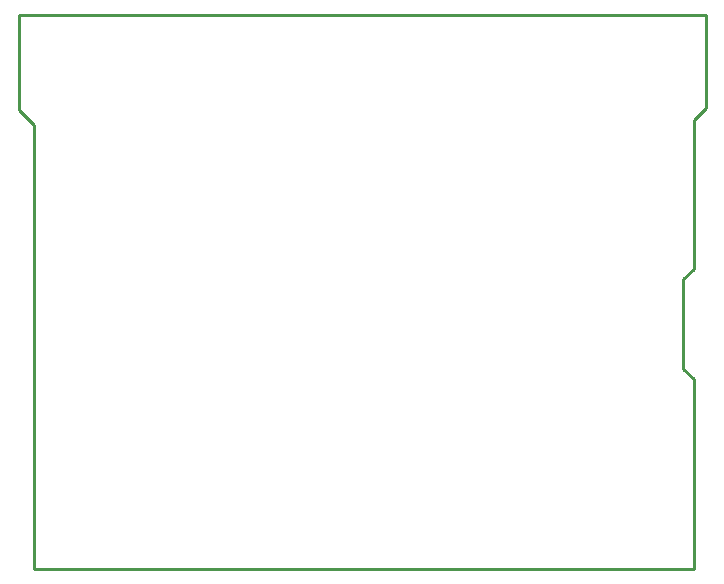
<source format=gko>
G04 Layer: BoardOutline*
G04 EasyEDA v6.2.46, 2019-11-25T11:18:34--3:00*
G04 6be03af1206c45e6bdd76e27ce0583d0,8049b4892286493b98247746b8e7bc66,10*
G04 Gerber Generator version 0.2*
G04 Scale: 100 percent, Rotated: No, Reflected: No *
G04 Dimensions in inches *
G04 leading zeros omitted , absolute positions ,2 integer and 4 decimal *
%FSLAX24Y24*%
%MOIN*%
G90*
G70D02*

%ADD10C,0.010000*%
G54D10*
G01X0Y18450D02*
G01X22900Y18450D01*
G01X22900Y15350D01*
G01X22500Y14950D01*
G01X22500Y10001D01*
G01X22150Y9650D01*
G01X22150Y6650D01*
G01X22500Y6309D01*
G01X22500Y0D01*
G01X500Y0D01*
G01X500Y14800D01*
G01X0Y15300D01*
G01X0Y18450D01*

%LPD*%
M00*
M02*

</source>
